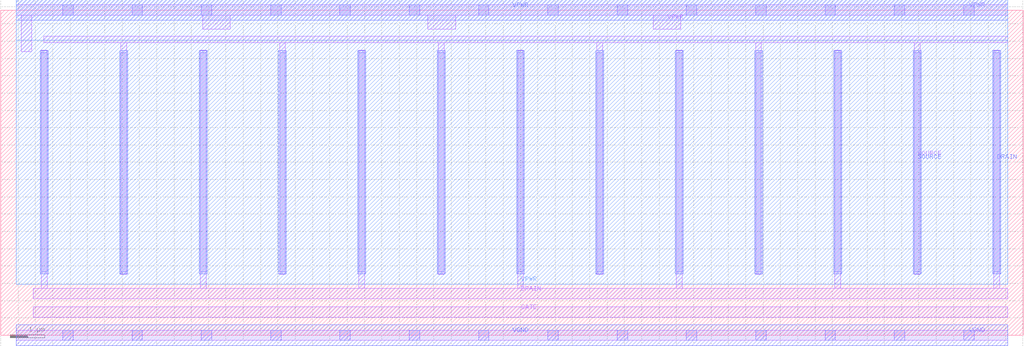
<source format=lef>
VERSION 5.7 ;
  NOWIREEXTENSIONATPIN ON ;
  DIVIDERCHAR "/" ;
  BUSBITCHARS "[]" ;
MACRO sky130_asc_pfet_01v8_lvt_12
  CLASS CORE ;
  FOREIGN sky130_asc_pfet_01v8_lvt_12 ;
  ORIGIN 0.000 0.000 ;
  SIZE 29.515 BY 9.400 ;
  SITE unitasc ;
  PIN GATE
    DIRECTION INOUT ;
    USE SIGNAL ;
    ANTENNAGATEAREA 154.800003 ;
    PORT
      LAYER li1 ;
        RECT 0.940 0.520 29.060 0.820 ;
    END
  END GATE
  PIN SOURCE
    DIRECTION INOUT ;
    USE SIGNAL ;
    ANTENNADIFFAREA 11.223000 ;
    PORT
      LAYER li1 ;
        RECT 1.240 8.450 29.060 8.650 ;
        RECT 3.465 1.755 3.635 8.450 ;
        RECT 8.045 1.755 8.215 8.450 ;
        RECT 12.625 1.755 12.795 8.450 ;
        RECT 17.205 1.755 17.375 8.450 ;
        RECT 21.785 1.755 21.955 8.450 ;
        RECT 26.365 1.755 26.535 8.450 ;
      LAYER mcon ;
        RECT 3.465 1.835 3.635 8.165 ;
        RECT 8.045 1.835 8.215 8.165 ;
        RECT 12.625 1.835 12.795 8.165 ;
        RECT 17.205 1.835 17.375 8.165 ;
        RECT 21.785 1.835 21.955 8.165 ;
        RECT 26.365 1.835 26.535 8.165 ;
      LAYER met1 ;
        RECT 3.435 1.775 3.665 8.225 ;
        RECT 8.015 1.775 8.245 8.225 ;
        RECT 12.595 1.775 12.825 8.225 ;
        RECT 17.175 1.775 17.405 8.225 ;
        RECT 21.755 1.775 21.985 8.225 ;
        RECT 26.335 1.775 26.565 8.225 ;
    END
  END SOURCE
  PIN DRAIN
    DIRECTION INOUT ;
    USE SIGNAL ;
    ANTENNADIFFAREA 13.093500 ;
    PORT
      LAYER li1 ;
        RECT 1.175 1.350 1.345 8.245 ;
        RECT 5.755 1.350 5.925 8.245 ;
        RECT 10.335 1.350 10.505 8.245 ;
        RECT 14.915 1.350 15.085 8.245 ;
        RECT 19.495 1.350 19.665 8.245 ;
        RECT 24.075 1.350 24.245 8.245 ;
        RECT 28.655 1.350 28.825 8.245 ;
        RECT 0.940 1.050 29.060 1.350 ;
      LAYER mcon ;
        RECT 1.175 1.835 1.345 8.165 ;
        RECT 5.755 1.835 5.925 8.165 ;
        RECT 10.335 1.835 10.505 8.165 ;
        RECT 14.915 1.835 15.085 8.165 ;
        RECT 19.495 1.835 19.665 8.165 ;
        RECT 24.075 1.835 24.245 8.165 ;
        RECT 28.655 1.835 28.825 8.165 ;
      LAYER met1 ;
        RECT 1.145 1.775 1.375 8.225 ;
        RECT 5.725 1.775 5.955 8.225 ;
        RECT 10.305 1.775 10.535 8.225 ;
        RECT 14.885 1.775 15.115 8.225 ;
        RECT 19.465 1.775 19.695 8.225 ;
        RECT 24.045 1.775 24.275 8.225 ;
        RECT 28.625 1.775 28.855 8.225 ;
    END
  END DRAIN
  PIN VPWR
    DIRECTION INOUT ;
    USE POWER ;
    PORT
      LAYER nwell ;
        RECT 0.450 8.535 29.060 9.700 ;
        RECT 0.450 1.470 29.065 8.535 ;
        RECT 0.935 1.465 29.065 1.470 ;
      LAYER li1 ;
        RECT 0.450 9.250 29.060 9.550 ;
        RECT 0.590 8.200 0.890 9.250 ;
        RECT 5.830 8.850 6.630 9.250 ;
        RECT 12.330 8.850 13.130 9.250 ;
        RECT 18.830 8.850 19.630 9.250 ;
      LAYER mcon ;
        RECT 1.790 9.250 2.090 9.550 ;
        RECT 3.790 9.250 4.090 9.550 ;
        RECT 5.790 9.250 6.090 9.550 ;
        RECT 7.790 9.250 8.090 9.550 ;
        RECT 9.790 9.250 10.090 9.550 ;
        RECT 11.790 9.250 12.090 9.550 ;
        RECT 13.790 9.250 14.090 9.550 ;
        RECT 15.790 9.250 16.090 9.550 ;
        RECT 17.790 9.250 18.090 9.550 ;
        RECT 19.790 9.250 20.090 9.550 ;
        RECT 21.790 9.250 22.090 9.550 ;
        RECT 23.790 9.250 24.090 9.550 ;
        RECT 25.790 9.250 26.090 9.550 ;
        RECT 27.790 9.250 28.090 9.550 ;
      LAYER met1 ;
        RECT 0.450 9.100 29.060 9.700 ;
    END
  END VPWR
  PIN VGND
    DIRECTION INOUT ;
    USE GROUND ;
    PORT
      LAYER li1 ;
        RECT 0.450 -0.150 29.060 0.150 ;
      LAYER mcon ;
        RECT 1.790 -0.150 2.090 0.150 ;
        RECT 3.790 -0.150 4.090 0.150 ;
        RECT 5.790 -0.150 6.090 0.150 ;
        RECT 7.790 -0.150 8.090 0.150 ;
        RECT 9.790 -0.150 10.090 0.150 ;
        RECT 11.790 -0.150 12.090 0.150 ;
        RECT 13.790 -0.150 14.090 0.150 ;
        RECT 15.790 -0.150 16.090 0.150 ;
        RECT 17.790 -0.150 18.090 0.150 ;
        RECT 19.790 -0.150 20.090 0.150 ;
        RECT 21.790 -0.150 22.090 0.150 ;
        RECT 23.790 -0.150 24.090 0.150 ;
        RECT 25.790 -0.150 26.090 0.150 ;
        RECT 27.790 -0.150 28.090 0.150 ;
      LAYER met1 ;
        RECT 0.450 -0.300 29.060 0.300 ;
    END
  END VGND
END sky130_asc_pfet_01v8_lvt_12
END LIBRARY


</source>
